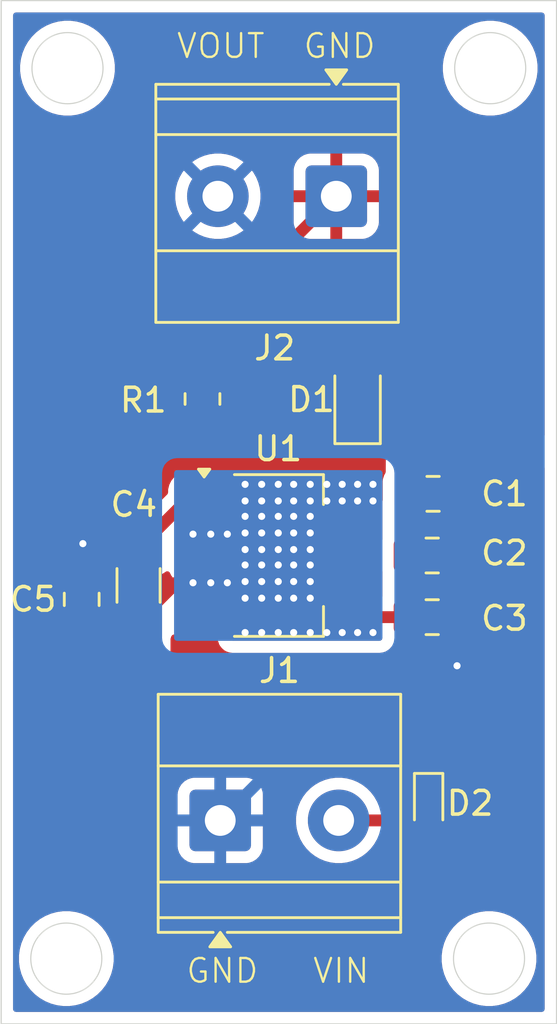
<source format=kicad_pcb>
(kicad_pcb (version 20241229) (generator "pcbnew") (generator_version "9.0")
  (layers (0 "F.Cu" signal) (2 "B.Cu" signal) (13 "F.Paste" user) (15 "B.Paste" user) (5 "F.SilkS" user "F.Silkscreen") (7 "B.SilkS" user "B.Silkscreen") (1 "F.Mask" user) (3 "B.Mask" user) (25 "Edge.Cuts" user))
  (net 0 "")
  (net 1 "VCC")
  (net 2 "GND")
  (net 3 "+5V")
  (net 4 "Net-(D1-A)")
  (net 5 "Net-(D2-A)")
  (footprint "Capacitor_SMD:C_1206_3216Metric_Pad1.33x1.80mm_HandSolder" (layer "F.Cu") (at 147.1 106.2625 90)
    (property "Reference" "C4" (at 3.4125 -0.2 180) (layer "F.SilkS"))
    (property "Value" "100u 6.3v")
    (fp_line (start -0.711252 -0.91) (end 0.711252 -0.91) (stroke (width 0.12)) (layer "F.SilkS"))
    (fp_line (start -0.711252 0.91) (end 0.711252 0.91) (stroke (width 0.12)) (layer "F.SilkS"))
    (pad "1" smd roundrect (at -1.5625 0 90) (size 1.325 1.8) (layers "F.Cu" "F.Mask" "F.Paste") (roundrect_rratio 0.188679) (net 3 "+5V"))
    (pad "2" smd roundrect (at 1.5625 0 90) (size 1.325 1.8) (layers "F.Cu" "F.Mask" "F.Paste") (roundrect_rratio 0.188679) (net 2 "GND"))
  )
  (footprint "Diode_SMD:D_SOD-523" (layer "F.Cu") (at 159.35 115.45 -90)
    (property "Reference" "D2" (at 0 -1.75 180) (layer "F.SilkS"))
    (property "Value" "1N4148WT")
    (fp_line (start 0.7 0.6) (end -1.26 0.6) (stroke (width 0.12)) (layer "F.SilkS"))
    (fp_line (start -1.26 -0.6) (end -1.26 0.6) (stroke (width 0.12)) (layer "F.SilkS"))
    (fp_line (start 0.7 -0.6) (end -1.26 -0.6) (stroke (width 0.12)) (layer "F.SilkS"))
    (pad "1" smd roundrect (at -0.7 0 90) (size 0.6 0.7) (layers "F.Cu" "F.Mask" "F.Paste") (net 1 "VCC"))
    (pad "2" smd roundrect (at 0.7 0 90) (size 0.6 0.7) (layers "F.Cu" "F.Mask" "F.Paste") (net 5 "Net-(D2-A)"))
  )
  (footprint "TerminalBlock_Phoenix:TerminalBlock_Phoenix_MKDS-1,5-2_1x02_P5.00mm_Horizontal" (layer "F.Cu") (at 155.45 89.85 180)
    (property "Reference" "J2" (at 2.6 -6.4 0) (layer "F.SilkS"))
    (property "Value" "Vout")
    (fp_line (start 7.62 4.72) (end 0.3 4.72) (stroke (width 0.12)) (layer "F.SilkS"))
    (fp_line (start 7.62 -5.32) (end 7.62 4.72) (stroke (width 0.12)) (layer "F.SilkS"))
    (fp_line (start -0.3 4.72) (end -2.62 4.72) (stroke (width 0.12)) (layer "F.SilkS"))
    (fp_line (start -2.62 4.72) (end -2.62 -5.32) (stroke (width 0.12)) (layer "F.SilkS"))
    (fp_line (start -2.62 4.1) (end 7.62 4.1) (stroke (width 0.12)) (layer "F.SilkS"))
    (fp_line (start -2.62 2.6) (end 7.62 2.6) (stroke (width 0.12)) (layer "F.SilkS"))
    (fp_line (start -2.62 -2.3) (end 7.62 -2.3) (stroke (width 0.12)) (layer "F.SilkS"))
    (fp_line (start -2.62 -5.32) (end 7.62 -5.32) (stroke (width 0.12)) (layer "F.SilkS"))
    (fp_poly (pts (xy 0 4.72) (xy 0.44 5.33) (xy -0.44 5.33)) (stroke (width 0.12)) (fill yes) (layer "F.SilkS"))
    (pad "1" thru_hole roundrect (at 0 0 180) (size 2.6 2.6) (drill 1.3) (layers "*.Cu" "*.Mask") (roundrect_rratio 0.096154) (net 3 "+5V"))
    (pad "2" thru_hole circle (at 5 0 180) (size 2.6 2.6) (drill 1.3) (layers "*.Cu" "*.Mask") (net 2 "GND"))
  )
  (footprint "Resistor_SMD:R_0805_2012Metric_Pad1.20x1.40mm_HandSolder" (layer "F.Cu") (at 149.8 98.4 -90)
    (property "Reference" "R1" (at 0.05 2.5 180) (layer "F.SilkS"))
    (property "Value" "1k")
    (fp_line (start -0.227064 0.735) (end 0.227064 0.735) (stroke (width 0.12)) (layer "F.SilkS"))
    (fp_line (start -0.227064 -0.735) (end 0.227064 -0.735) (stroke (width 0.12)) (layer "F.SilkS"))
    (pad "1" smd roundrect (at -1 0 270) (size 1.2 1.4) (layers "F.Cu" "F.Mask" "F.Paste") (roundrect_rratio 0.208333) (net 4 "Net-(D1-A)"))
    (pad "2" smd roundrect (at 1 0 270) (size 1.2 1.4) (layers "F.Cu" "F.Mask" "F.Paste") (roundrect_rratio 0.208333) (net 3 "+5V"))
  )
  (footprint "Capacitor_SMD:C_0805_2012Metric_Pad1.18x1.45mm_HandSolder" (layer "F.Cu") (at 144.7 106.85 90)
    (property "Reference" "C5" (at 0 -2.05 180) (layer "F.SilkS"))
    (property "Value" "100n")
    (fp_line (start -0.261252 -0.735) (end 0.261252 -0.735) (stroke (width 0.12)) (layer "F.SilkS"))
    (fp_line (start -0.261252 0.735) (end 0.261252 0.735) (stroke (width 0.12)) (layer "F.SilkS"))
    (pad "1" smd roundrect (at -1.0375 0 90) (size 1.175 1.45) (layers "F.Cu" "F.Mask" "F.Paste") (roundrect_rratio 0.212766) (net 3 "+5V"))
    (pad "2" smd roundrect (at 1.0375 0 90) (size 1.175 1.45) (layers "F.Cu" "F.Mask" "F.Paste") (roundrect_rratio 0.212766) (net 2 "GND"))
  )
  (footprint "Capacitor_SMD:C_0805_2012Metric_Pad1.18x1.45mm_HandSolder" (layer "F.Cu") (at 159.5375 102.4)
    (property "Reference" "C1" (at 3.0125 0 0) (layer "F.SilkS"))
    (property "Value" "100n")
    (fp_line (start -0.261252 -0.735) (end 0.261252 -0.735) (stroke (width 0.12)) (layer "F.SilkS"))
    (fp_line (start -0.261252 0.735) (end 0.261252 0.735) (stroke (width 0.12)) (layer "F.SilkS"))
    (pad "1" smd roundrect (at -1.0375 0) (size 1.175 1.45) (layers "F.Cu" "F.Mask" "F.Paste") (roundrect_rratio 0.212766) (net 1 "VCC"))
    (pad "2" smd roundrect (at 1.0375 0) (size 1.175 1.45) (layers "F.Cu" "F.Mask" "F.Paste") (roundrect_rratio 0.212766) (net 2 "GND"))
  )
  (footprint "TerminalBlock_Phoenix:TerminalBlock_Phoenix_MKDS-1,5-2_1x02_P5.00mm_Horizontal" (layer "F.Cu") (at 150.55 116.1725)
    (property "Reference" "J1" (at 2.5 -6.32 0) (layer "F.SilkS"))
    (property "Value" "Vin")
    (fp_line (start -2.62 -5.32) (end 7.62 -5.32) (stroke (width 0.12)) (layer "F.SilkS"))
    (fp_line (start -2.62 -2.3) (end 7.62 -2.3) (stroke (width 0.12)) (layer "F.SilkS"))
    (fp_line (start -2.62 2.6) (end 7.62 2.6) (stroke (width 0.12)) (layer "F.SilkS"))
    (fp_line (start -2.62 4.1) (end 7.62 4.1) (stroke (width 0.12)) (layer "F.SilkS"))
    (fp_line (start -2.62 4.72) (end -2.62 -5.32) (stroke (width 0.12)) (layer "F.SilkS"))
    (fp_line (start -0.3 4.72) (end -2.62 4.72) (stroke (width 0.12)) (layer "F.SilkS"))
    (fp_line (start 7.62 -5.32) (end 7.62 4.72) (stroke (width 0.12)) (layer "F.SilkS"))
    (fp_line (start 7.62 4.72) (end 0.3 4.72) (stroke (width 0.12)) (layer "F.SilkS"))
    (fp_poly (pts (xy 0 4.72) (xy 0.44 5.33) (xy -0.44 5.33)) (stroke (width 0.12)) (fill yes) (layer "F.SilkS"))
    (pad "1" thru_hole roundrect (at 0 0) (size 2.6 2.6) (drill 1.3) (layers "*.Cu" "*.Mask") (roundrect_rratio 0.096154) (net 2 "GND"))
    (pad "2" thru_hole circle (at 5 0) (size 2.6 2.6) (drill 1.3) (layers "*.Cu" "*.Mask") (net 5 "Net-(D2-A)"))
  )
  (footprint "Capacitor_SMD:C_0805_2012Metric_Pad1.18x1.45mm_HandSolder" (layer "F.Cu") (at 159.5 107.6)
    (property "Reference" "C3" (at 3.05 0.05 0) (layer "F.SilkS"))
    (property "Value" "10u 50v")
    (fp_line (start -0.261252 -0.735) (end 0.261252 -0.735) (stroke (width 0.12)) (layer "F.SilkS"))
    (fp_line (start -0.261252 0.735) (end 0.261252 0.735) (stroke (width 0.12)) (layer "F.SilkS"))
    (pad "1" smd roundrect (at -1.0375 0) (size 1.175 1.45) (layers "F.Cu" "F.Mask" "F.Paste") (roundrect_rratio 0.212766) (net 1 "VCC"))
    (pad "2" smd roundrect (at 1.0375 0) (size 1.175 1.45) (layers "F.Cu" "F.Mask" "F.Paste") (roundrect_rratio 0.212766) (net 2 "GND"))
  )
  (footprint "Package_TO_SOT_SMD:SOT-223-3_TabPin2" (layer "F.Cu") (at 153 105)
    (property "Reference" "U1" (at 0 -4.5 0) (layer "F.SilkS"))
    (property "Value" "AMS1117-5.0")
    (fp_line (start -1.85 -3.41) (end 1.91 -3.41) (stroke (width 0.12)) (layer "F.SilkS"))
    (fp_line (start -1.85 3.41) (end 1.91 3.41) (stroke (width 0.12)) (layer "F.SilkS"))
    (fp_line (start 1.91 -3.41) (end 1.91 -2.15) (stroke (width 0.12)) (layer "F.SilkS"))
    (fp_line (start 1.91 3.41) (end 1.91 2.15) (stroke (width 0.12)) (layer "F.SilkS"))
    (fp_poly (pts (xy -3.13 -3.31) (xy -3.37 -3.64) (xy -2.89 -3.64) (xy -3.13 -3.31)) (stroke (width 0.12)) (fill yes) (layer "F.SilkS"))
    (pad "1" smd roundrect (at -3.15 -2.3) (size 2 1.5) (layers "F.Cu" "F.Mask" "F.Paste") (net 2 "GND"))
    (pad "2" smd roundrect (at -3.15 0) (size 2 1.5) (layers "F.Cu" "F.Mask" "F.Paste") (net 3 "+5V"))
    (pad "2" smd roundrect (at 3.15 0) (size 2 3.8) (layers "F.Cu" "F.Mask" "F.Paste") (net 3 "+5V"))
    (pad "3" smd roundrect (at -3.15 2.3) (size 2 1.5) (layers "F.Cu" "F.Mask" "F.Paste") (net 1 "VCC"))
  )
  (footprint "Capacitor_SMD:C_0805_2012Metric_Pad1.18x1.45mm_HandSolder" (layer "F.Cu") (at 159.5 105)
    (property "Reference" "C2" (at 3.05 -0.1 0) (layer "F.SilkS"))
    (property "Value" "10u 50v")
    (fp_line (start -0.261252 -0.735) (end 0.261252 -0.735) (stroke (width 0.12)) (layer "F.SilkS"))
    (fp_line (start -0.261252 0.735) (end 0.261252 0.735) (stroke (width 0.12)) (layer "F.SilkS"))
    (pad "1" smd roundrect (at -1.0375 0) (size 1.175 1.45) (layers "F.Cu" "F.Mask" "F.Paste") (roundrect_rratio 0.212766) (net 1 "VCC"))
    (pad "2" smd roundrect (at 1.0375 0) (size 1.175 1.45) (layers "F.Cu" "F.Mask" "F.Paste") (roundrect_rratio 0.212766) (net 2 "GND"))
  )
  (footprint "LED_SMD:LED_0805_2012Metric_Pad1.15x1.40mm_HandSolder" (layer "F.Cu") (at 156.35 98.425 90)
    (property "Reference" "D1" (at 0 -1.95 180) (layer "F.SilkS"))
    (property "Value" "LED")
    (fp_line (start 1 -0.96) (end -1.86 -0.96) (stroke (width 0.12)) (layer "F.SilkS"))
    (fp_line (start -1.86 -0.96) (end -1.86 0.96) (stroke (width 0.12)) (layer "F.SilkS"))
    (fp_line (start -1.86 0.96) (end 1 0.96) (stroke (width 0.12)) (layer "F.SilkS"))
    (pad "1" smd roundrect (at -1.025 0 90) (size 1.15 1.4) (layers "F.Cu" "F.Mask" "F.Paste") (roundrect_rratio 0.217391) (net 2 "GND"))
    (pad "2" smd roundrect (at 1.025 0 90) (size 1.15 1.4) (layers "F.Cu" "F.Mask" "F.Paste") (roundrect_rratio 0.217391) (net 4 "Net-(D1-A)"))
  )
  (gr_circle (center 144.05 122) (end 145.55 122) (stroke (width 0.05)) (fill no) (layer "Edge.Cuts"))
  (gr_circle (center 161.95 84.45) (end 163.45 84.45) (stroke (width 0.05)) (fill no) (layer "Edge.Cuts"))
  (gr_circle (center 144.1 84.45) (end 145.6 84.45) (stroke (width 0.05)) (fill no) (layer "Edge.Cuts"))
  (gr_rect (start 141.3 81.6) (end 164.75 124.75) (stroke (width 0.05)) (fill no) (layer "Edge.Cuts"))
  (gr_circle (center 161.9 122) (end 163.4 122) (stroke (width 0.05)) (fill no) (layer "Edge.Cuts"))
  (gr_text "GND" (at 154 84.1 0) (layer "F.SilkS") (effects (font (size 1 1) (thickness 0.1)) (justify left bottom)))
  (gr_text "VIN" (at 154.4 123.1 0) (layer "F.SilkS") (effects (font (size 1 1) (thickness 0.1)) (justify left bottom)))
  (gr_text "VOUT" (at 148.65 84.1 0) (layer "F.SilkS") (effects (font (size 1 1) (thickness 0.1)) (justify left bottom)))
  (gr_text "GND" (at 149.05 123.1 0) (layer "F.SilkS") (effects (font (size 1 1) (thickness 0.1)) (justify left bottom)))
  (segment (start 158.4625 107.6) (end 150.15 107.6) (width 0.5) (layer "F.Cu") (net 1))
  (segment (start 159.35 108.4875) (end 158.4625 107.6) (width 0.5) (layer "F.Cu") (net 1))
  (segment (start 158.4625 107.6) (end 158.4625 105) (width 0.5) (layer "F.Cu") (net 1))
  (segment (start 158.4625 102.4375) (end 158.5 102.4) (width 0.5) (layer "F.Cu") (net 1))
  (segment (start 158.4625 105) (end 158.4625 102.4375) (width 0.5) (layer "F.Cu") (net 1))
  (segment (start 159.35 114.75) (end 159.35 108.4875) (width 0.5) (layer "F.Cu") (net 1))
  (segment (start 150.15 107.6) (end 149.85 107.3) (width 0.5) (layer "F.Cu") (net 1))
  (segment (start 144.75 104.5) (end 146.9 104.5) (width 0.5) (layer "F.Cu") (net 2))
  (segment (start 160.55 107.6125) (end 160.5375 107.6) (width 0.5) (layer "F.Cu") (net 2))
  (segment (start 160.5375 102.4375) (end 160.575 102.4) (width 0.5) (layer "F.Cu") (net 2))
  (segment (start 160.55 109.65) (end 160.55 107.6125) (width 0.5) (layer "F.Cu") (net 2))
  (segment (start 145.8125 104.7) (end 144.7 105.8125) (width 0.5) (layer "F.Cu") (net 2))
  (segment (start 149.1 102.7) (end 147.1 104.7) (width 0.5) (layer "F.Cu") (net 2))
  (segment (start 160.5375 107.6) (end 160.5375 105) (width 0.5) (layer "F.Cu") (net 2))
  (segment (start 147.1 104.7) (end 145.8125 104.7) (width 0.5) (layer "F.Cu") (net 2))
  (segment (start 149.85 102.7) (end 149.1 102.7) (width 0.5) (layer "F.Cu") (net 2))
  (segment (start 160.575 102.4) (end 157.625 99.45) (width 0.5) (layer "F.Cu") (net 2))
  (segment (start 160.5375 105) (end 160.5375 102.4375) (width 0.5) (layer "F.Cu") (net 2))
  (segment (start 157.625 99.45) (end 156.35 99.45) (width 0.5) (layer "F.Cu") (net 2))
  (segment (start 146.9 104.5) (end 147.1 104.7) (width 0.5) (layer "F.Cu") (net 2))
  (via (at 160.55 109.65) (size 0.6) (drill 0.3) (layers "F.Cu" "B.Cu") (net 2))
  (via (at 144.75 104.5) (size 0.6) (drill 0.3) (layers "F.Cu" "B.Cu") (net 2))
  (segment (start 145.3 109.65) (end 144.75 109.1) (width 0.5) (layer "B.Cu") (net 2))
  (segment (start 150.55 116.1725) (end 157.0725 109.65) (width 0.5) (layer "B.Cu") (net 2))
  (segment (start 144.75 109.1) (end 144.75 104.5) (width 0.5) (layer "B.Cu") (net 2))
  (segment (start 144.75 104.5) (end 144.75 95.55) (width 0.5) (layer "B.Cu") (net 2))
  (segment (start 157.0725 109.65) (end 145.3 109.65) (width 0.5) (layer "B.Cu") (net 2))
  (segment (start 157.0725 109.65) (end 160.55 109.65) (width 0.5) (layer "B.Cu") (net 2))
  (segment (start 144.75 95.55) (end 150.45 89.85) (width 0.5) (layer "B.Cu") (net 2))
  (segment (start 149.85 105) (end 156.15 105) (width 0.5) (layer "F.Cu") (net 3))
  (segment (start 149.8 99.4) (end 148.649 98.249) (width 0.5) (layer "F.Cu") (net 3))
  (segment (start 149.85 105) (end 151.301 103.549) (width 0.5) (layer "F.Cu") (net 3))
  (segment (start 151.301 103.549) (end 151.301 100.901) (width 0.5) (layer "F.Cu") (net 3))
  (segment (start 148.649 98.249) (end 148.649 96.651) (width 0.5) (layer "F.Cu") (net 3))
  (segment (start 147.1 107.825) (end 144.7625 107.825) (width 0.5) (layer "F.Cu") (net 3))
  (segment (start 151.301 100.901) (end 149.8 99.4) (width 0.5) (layer "F.Cu") (net 3))
  (segment (start 147.1 107.825) (end 147.1 107.75) (width 0.5) (layer "F.Cu") (net 3))
  (segment (start 144.7625 107.825) (end 144.7 107.8875) (width 0.5) (layer "F.Cu") (net 3))
  (segment (start 148.649 96.651) (end 155.45 89.85) (width 0.5) (layer "F.Cu") (net 3))
  (segment (start 147.1 107.75) (end 149.85 105) (width 0.5) (layer "F.Cu") (net 3))
  (via (at 153.65 104.75) (size 0.6) (drill 0.3) (layers "F.Cu" "B.Cu") (net 3))
  (via (at 150.15 104.1) (size 0.6) (drill 0.3) (layers "F.Cu" "B.Cu") (net 3))
  (via (at 153.65 104.05) (size 0.6) (drill 0.3) (layers "F.Cu" "B.Cu") (net 3))
  (via (at 154.35 103.35) (size 0.6) (drill 0.3) (layers "F.Cu" "B.Cu") (net 3))
  (via (at 152.3 108.25) (size 0.6) (drill 0.3) (layers "F.Cu" "B.Cu") (net 3))
  (via (at 153.65 103.35) (size 0.6) (drill 0.3) (layers "F.Cu" "B.Cu") (net 3))
  (via (at 153.65 108.25) (size 0.6) (drill 0.3) (layers "F.Cu" "B.Cu") (net 3))
  (via (at 151.6 106.1) (size 0.6) (drill 0.3) (layers "F.Cu" "B.Cu") (net 3))
  (via (at 153 106.1) (size 0.6) (drill 0.3) (layers "F.Cu" "B.Cu") (net 3))
  (via (at 155.7 102.7) (size 0.6) (drill 0.3) (layers "F.Cu" "B.Cu") (net 3))
  (via (at 153 105.4) (size 0.6) (drill 0.3) (layers "F.Cu" "B.Cu") (net 3))
  (via (at 156.35 102) (size 0.6) (drill 0.3) (layers "F.Cu" "B.Cu") (net 3))
  (via (at 149.4 104.1) (size 0.6) (drill 0.3) (layers "F.Cu" "B.Cu") (net 3))
  (via (at 152.3 102.7) (size 0.6) (drill 0.3) (layers "F.Cu" "B.Cu") (net 3))
  (via (at 150.85 104.1) (size 0.6) (drill 0.3) (layers "F.Cu" "B.Cu") (net 3))
  (via (at 151.6 102) (size 0.6) (drill 0.3) (layers "F.Cu" "B.Cu") (net 3))
  (via (at 157 102.7) (size 0.6) (drill 0.3) (layers "F.Cu" "B.Cu") (net 3))
  (via (at 155.7 102) (size 0.6) (drill 0.3) (layers "F.Cu" "B.Cu") (net 3))
  (via (at 154.35 105.4) (size 0.6) (drill 0.3) (layers "F.Cu" "B.Cu") (net 3))
  (via (at 154.35 104.05) (size 0.6) (drill 0.3) (layers "F.Cu" "B.Cu") (net 3))
  (via (at 151.6 102.7) (size 0.6) (drill 0.3) (layers "F.Cu" "B.Cu") (net 3))
  (via (at 151.6 103.35) (size 0.6) (drill 0.3) (layers "F.Cu" "B.Cu") (net 3))
  (via (at 155.05 102.7) (size 0.6) (drill 0.3) (layers "F.Cu" "B.Cu") (net 3))
  (via (at 152.3 104.75) (size 0.6) (drill 0.3) (layers "F.Cu" "B.Cu") (net 3))
  (via (at 153.65 102.7) (size 0.6) (drill 0.3) (layers "F.Cu" "B.Cu") (net 3))
  (via (at 152.3 104.05) (size 0.6) (drill 0.3) (layers "F.Cu" "B.Cu") (net 3))
  (via (at 154.35 102) (size 0.6) (drill 0.3) (layers "F.Cu" "B.Cu") (net 3))
  (via (at 153.65 102) (size 0.6) (drill 0.3) (layers "F.Cu" "B.Cu") (net 3))
  (via (at 154.35 104.75) (size 0.6) (drill 0.3) (layers "F.Cu" "B.Cu") (net 3))
  (via (at 153 103.35) (size 0.6) (drill 0.3) (layers "F.Cu" "B.Cu") (net 3))
  (via (at 152.3 106.1) (size 0.6) (drill 0.3) (layers "F.Cu" "B.Cu") (net 3))
  (via (at 153 102) (size 0.6) (drill 0.3) (layers "F.Cu" "B.Cu") (net 3))
  (via (at 151.6 104.05) (size 0.6) (drill 0.3) (layers "F.Cu" "B.Cu") (net 3))
  (via (at 152.3 102) (size 0.6) (drill 0.3) (layers "F.Cu" "B.Cu") (net 3))
  (via (at 155.05 102) (size 0.6) (drill 0.3) (layers "F.Cu" "B.Cu") (net 3))
  (via (at 150.15 106.15) (size 0.6) (drill 0.3) (layers "F.Cu" "B.Cu") (net 3))
  (via (at 152.3 103.35) (size 0.6) (drill 0.3) (layers "F.Cu" "B.Cu") (net 3))
  (via (at 153 104.75) (size 0.6) (drill 0.3) (layers "F.Cu" "B.Cu") (net 3))
  (via (at 151.6 105.4) (size 0.6) (drill 0.3) (layers "F.Cu" "B.Cu") (net 3))
  (via (at 154.35 102.7) (size 0.6) (drill 0.3) (layers "F.Cu" "B.Cu") (net 3))
  (via (at 153.65 105.4) (size 0.6) (drill 0.3) (layers "F.Cu" "B.Cu") (net 3))
  (via (at 151.6 106.8) (size 0.6) (drill 0.3) (layers "F.Cu" "B.Cu") (net 3))
  (via (at 153 102.7) (size 0.6) (drill 0.3) (layers "F.Cu" "B.Cu") (net 3))
  (via (at 154.35 108.25) (size 0.6) (drill 0.3) (layers "F.Cu" "B.Cu") (net 3))
  (via (at 156.35 102.7) (size 0.6) (drill 0.3) (layers "F.Cu" "B.Cu") (net 3))
  (via (at 151.6 104.75) (size 0.6) (drill 0.3) (layers "F.Cu" "B.Cu") (net 3))
  (via (at 155.7 108.25) (size 0.6) (drill 0.3) (layers "F.Cu" "B.Cu") (net 3))
  (via (at 153.65 106.1) (size 0.6) (drill 0.3) (layers "F.Cu" "B.Cu") (net 3))
  (via (at 149.4 106.15) (size 0.6) (drill 0.3) (layers "F.Cu" "B.Cu") (net 3))
  (via (at 153 104.05) (size 0.6) (drill 0.3) (layers "F.Cu" "B.Cu") (net 3))
  (via (at 150.85 106.15) (size 0.6) (drill 0.3) (layers "F.Cu" "B.Cu") (net 3))
  (via (at 153 108.25) (size 0.6) (drill 0.3) (layers "F.Cu" "B.Cu") (net 3))
  (via (at 153.65 106.8) (size 0.6) (drill 0.3) (layers "F.Cu" "B.Cu") (net 3))
  (via (at 155.05 108.25) (size 0.6) (drill 0.3) (layers "F.Cu" "B.Cu") (net 3))
  (via (at 151.6 108.25) (size 0.6) (drill 0.3) (layers "F.Cu" "B.Cu") (net 3))
  (via (at 157 108.25) (size 0.6) (drill 0.3) (layers "F.Cu" "B.Cu") (net 3))
  (via (at 157 102) (size 0.6) (drill 0.3) (layers "F.Cu" "B.Cu") (net 3))
  (via (at 152.3 106.8) (size 0.6) (drill 0.3) (layers "F.Cu" "B.Cu") (net 3))
  (via (at 153 106.8) (size 0.6) (drill 0.3) (layers "F.Cu" "B.Cu") (net 3))
  (via (at 152.3 105.4) (size 0.6) (drill 0.3) (layers "F.Cu" "B.Cu") (net 3))
  (via (at 156.35 108.25) (size 0.6) (drill 0.3) (layers "F.Cu" "B.Cu") (net 3))
  (via (at 154.35 106.1) (size 0.6) (drill 0.3) (layers "F.Cu" "B.Cu") (net 3))
  (via (at 154.35 106.8) (size 0.6) (drill 0.3) (layers "F.Cu" "B.Cu") (net 3))
  (segment (start 149.8 97.4) (end 156.35 97.4) (width 0.5) (layer "F.Cu") (net 4))
  (segment (start 155.55 116.1725) (end 159.3275 116.1725) (width 0.5) (layer "F.Cu") (net 5))
  (segment (start 159.3275 116.1725) (end 159.35 116.15) (width 0.5) (layer "F.Cu") (net 5))
  (zone (net 3) (net_name "+5V") (layer "F.Cu") (priority 2) (connect_pads (clearance 0.5)) (min_thickness 0.25) (fill yes (thermal_gap 0.5) (thermal_bridge_width 0.5))
    (polygon (pts (xy 164.7 100.05) (xy 157.55 100) (xy 157.5 106.3) (xy 148.45 106.3) (xy 148.35 108.6) (xy 141.3 108.6) (xy 141.3 81.6) (xy 164.75 81.6) (xy 164.75 99.95)))
  )
  (zone (net 1) (net_name "VCC") (layer "F.Cu") (priority 1) (connect_pads (clearance 0.5)) (min_thickness 0.25) (fill yes (thermal_gap 0.5) (thermal_bridge_width 0.5))
    (polygon (pts (xy 141.3 124.75) (xy 141.25 109.35) (xy 148.45 109.35) (xy 148.45 106.45) (xy 151.1 106.45) (xy 151.15 107.15) (xy 157.5 107.2) (xy 157.55 101.2) (xy 164.75 101.2) (xy 164.75 124.75)))
  )
  (zone (net 3) (net_name "+5V") (layers "F.Cu" "B.Cu") (priority 3) (connect_pads yes (clearance 0.5)) (min_thickness 0.25) (fill yes (thermal_gap 0.5) (thermal_bridge_width 0.5))
    (polygon (pts (xy 148.6 101.4) (xy 148.6 108.6) (xy 157.4 108.6) (xy 157.4 101.4)))
  )
  (zone (net 2) (net_name "GND") (layer "B.Cu") (connect_pads (clearance 0.5)) (min_thickness 0.25) (fill yes (thermal_gap 0.5) (thermal_bridge_width 0.5))
    (polygon (pts (xy 141.3 81.6) (xy 164.75 81.6) (xy 164.75 124.75) (xy 141.3 124.75)))
  )
)
</source>
